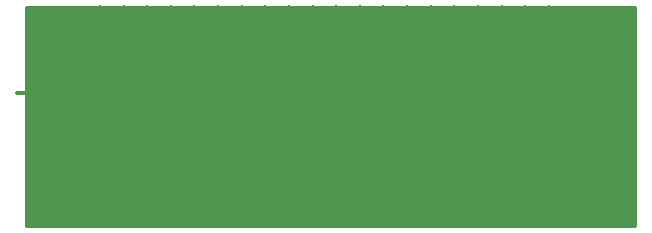
<source format=gbr>
G04 #@! TF.GenerationSoftware,KiCad,Pcbnew,(5.0.2)-1*
G04 #@! TF.CreationDate,2019-05-10T14:36:23+02:00*
G04 #@! TF.ProjectId,137Mhz-BandPass-Filter,3133374d-687a-42d4-9261-6e6450617373,rev?*
G04 #@! TF.SameCoordinates,Original*
G04 #@! TF.FileFunction,Copper,L2,Bot*
G04 #@! TF.FilePolarity,Positive*
%FSLAX46Y46*%
G04 Gerber Fmt 4.6, Leading zero omitted, Abs format (unit mm)*
G04 Created by KiCad (PCBNEW (5.0.2)-1) date 05/10/19 14:36:23*
%MOMM*%
%LPD*%
G01*
G04 APERTURE LIST*
G04 #@! TA.AperFunction,ComponentPad*
%ADD10C,6.400000*%
G04 #@! TD*
G04 #@! TA.AperFunction,ViaPad*
%ADD11C,0.800000*%
G04 #@! TD*
G04 #@! TA.AperFunction,Conductor*
%ADD12C,0.300000*%
G04 #@! TD*
G04 #@! TA.AperFunction,Conductor*
%ADD13C,0.254000*%
G04 #@! TD*
G04 APERTURE END LIST*
D10*
G04 #@! TO.P,MK1,1*
G04 #@! TO.N,GND*
X156000000Y-114000000D03*
G04 #@! TD*
G04 #@! TO.P,MK2,1*
G04 #@! TO.N,GND*
X111000000Y-114000000D03*
G04 #@! TD*
G04 #@! TO.P,MK3,1*
G04 #@! TO.N,GND*
X156000000Y-126000000D03*
G04 #@! TD*
G04 #@! TO.P,MK4,1*
G04 #@! TO.N,GND*
X111000000Y-126000000D03*
G04 #@! TD*
D11*
G04 #@! TO.N,GND*
X109000000Y-118000000D03*
X111000000Y-118000000D03*
X113000000Y-118000000D03*
X115000000Y-118000000D03*
X117000000Y-118000000D03*
X119000000Y-118000000D03*
X121000000Y-118000000D03*
X123000000Y-118000000D03*
X125000000Y-118000000D03*
X127000000Y-118000000D03*
X129000000Y-118000000D03*
X131000000Y-118000000D03*
X133000000Y-118000000D03*
X135000000Y-118000000D03*
X137000000Y-118000000D03*
X139000000Y-118000000D03*
X141000000Y-118000000D03*
X143000000Y-118000000D03*
X145000000Y-118000000D03*
X147000000Y-118000000D03*
X149000000Y-118000000D03*
X151000000Y-118000000D03*
X153000000Y-118000000D03*
X155000000Y-118000000D03*
X157000000Y-118000000D03*
X159000000Y-118000000D03*
X159000000Y-122000000D03*
X157000000Y-122000000D03*
X155000000Y-122000000D03*
X153000000Y-122000000D03*
X151000000Y-122000000D03*
X149000000Y-122000000D03*
X147000000Y-122000000D03*
X145000000Y-122000000D03*
X143000000Y-122000000D03*
X141000000Y-122000000D03*
X139000000Y-122000000D03*
X137000000Y-122000000D03*
X135000000Y-122000000D03*
X133000000Y-122000000D03*
X131000000Y-122000000D03*
X129000000Y-122000000D03*
X127000000Y-122000000D03*
X125000000Y-122000000D03*
X123000000Y-122000000D03*
X121000000Y-122000000D03*
X119000000Y-122000000D03*
X117000000Y-122000000D03*
X115000000Y-122000000D03*
X113000000Y-122000000D03*
X111000000Y-122000000D03*
X109000000Y-122000000D03*
X114000000Y-111000000D03*
X116000000Y-111000000D03*
X118000000Y-111000000D03*
X120000000Y-111000000D03*
X122000000Y-111000000D03*
X124000000Y-111000000D03*
X126000000Y-111000000D03*
X128000000Y-111000000D03*
X130000000Y-111000000D03*
X132000000Y-111000000D03*
X134000000Y-111000000D03*
X136000000Y-111000000D03*
X138000000Y-111000000D03*
X140000000Y-111000000D03*
X142000000Y-111000000D03*
X144000000Y-111000000D03*
X146000000Y-111000000D03*
X148000000Y-111000000D03*
X150000000Y-111000000D03*
X152000000Y-111000000D03*
X134000000Y-129000000D03*
X132000000Y-129000000D03*
X130000000Y-129000000D03*
X128000000Y-129000000D03*
X126000000Y-129000000D03*
X124000000Y-129000000D03*
X122000000Y-129000000D03*
X120000000Y-129000000D03*
X118000000Y-129000000D03*
X116000000Y-129000000D03*
X114000000Y-129000000D03*
X136000000Y-129000000D03*
X138000000Y-129000000D03*
X140000000Y-129000000D03*
X142000000Y-129000000D03*
X144000000Y-129000000D03*
X146000000Y-129000000D03*
X148000000Y-129000000D03*
X150000000Y-129000000D03*
X152000000Y-129000000D03*
G04 #@! TD*
D12*
G04 #@! TO.N,GND*
X107000000Y-118000000D02*
X109000000Y-118000000D01*
X111000000Y-118000000D02*
X113000000Y-118000000D01*
X115000000Y-118000000D02*
X117000000Y-118000000D01*
X119000000Y-118000000D02*
X121000000Y-118000000D01*
X123000000Y-118000000D02*
X125000000Y-118000000D01*
X127000000Y-118000000D02*
X129000000Y-118000000D01*
X131000000Y-118000000D02*
X133000000Y-118000000D01*
X135000000Y-118000000D02*
X137000000Y-118000000D01*
X139000000Y-118000000D02*
X141000000Y-118000000D01*
X143000000Y-118000000D02*
X145000000Y-118000000D01*
X147000000Y-118000000D02*
X149000000Y-118000000D01*
X151000000Y-118000000D02*
X153000000Y-118000000D01*
X155000000Y-118000000D02*
X157000000Y-118000000D01*
X159000000Y-122000000D02*
X157000000Y-122000000D01*
X155000000Y-122000000D02*
X153000000Y-122000000D01*
X151000000Y-122000000D02*
X149000000Y-122000000D01*
X147000000Y-122000000D02*
X145000000Y-122000000D01*
X143000000Y-122000000D02*
X141000000Y-122000000D01*
X139000000Y-122000000D02*
X137000000Y-122000000D01*
X135000000Y-122000000D02*
X133000000Y-122000000D01*
X131000000Y-122000000D02*
X129000000Y-122000000D01*
X127000000Y-122000000D02*
X125000000Y-122000000D01*
X123000000Y-122000000D02*
X121000000Y-122000000D01*
X119000000Y-122000000D02*
X117000000Y-122000000D01*
X115000000Y-122000000D02*
X113000000Y-122000000D01*
X111000000Y-122000000D02*
X109000000Y-122000000D01*
X114000000Y-111000000D02*
X116000000Y-111000000D01*
X118000000Y-111000000D02*
X120000000Y-111000000D01*
X122000000Y-111000000D02*
X124000000Y-111000000D01*
X126000000Y-111000000D02*
X128000000Y-111000000D01*
X130000000Y-111000000D02*
X132000000Y-111000000D01*
X134000000Y-111000000D02*
X136000000Y-111000000D01*
X138000000Y-111000000D02*
X140000000Y-111000000D01*
X142000000Y-111000000D02*
X144000000Y-111000000D01*
X146000000Y-111000000D02*
X148000000Y-111000000D01*
X150000000Y-111000000D02*
X152000000Y-111000000D01*
X135000000Y-122000000D02*
X135000000Y-128000000D01*
X135000000Y-128000000D02*
X134000000Y-129000000D01*
X132000000Y-129000000D02*
X130000000Y-129000000D01*
X128000000Y-129000000D02*
X126000000Y-129000000D01*
X124000000Y-129000000D02*
X122000000Y-129000000D01*
X120000000Y-129000000D02*
X118000000Y-129000000D01*
X116000000Y-129000000D02*
X114000000Y-129000000D01*
X134000000Y-129000000D02*
X136000000Y-129000000D01*
X138000000Y-129000000D02*
X140000000Y-129000000D01*
X142000000Y-129000000D02*
X144000000Y-129000000D01*
X146000000Y-129000000D02*
X148000000Y-129000000D01*
X150000000Y-129000000D02*
X152000000Y-129000000D01*
G04 #@! TD*
D13*
G04 #@! TO.N,GND*
G36*
X159265000Y-129265000D02*
X107735000Y-129265000D01*
X107735000Y-110735000D01*
X159265001Y-110735000D01*
X159265000Y-129265000D01*
X159265000Y-129265000D01*
G37*
X159265000Y-129265000D02*
X107735000Y-129265000D01*
X107735000Y-110735000D01*
X159265001Y-110735000D01*
X159265000Y-129265000D01*
G04 #@! TD*
M02*

</source>
